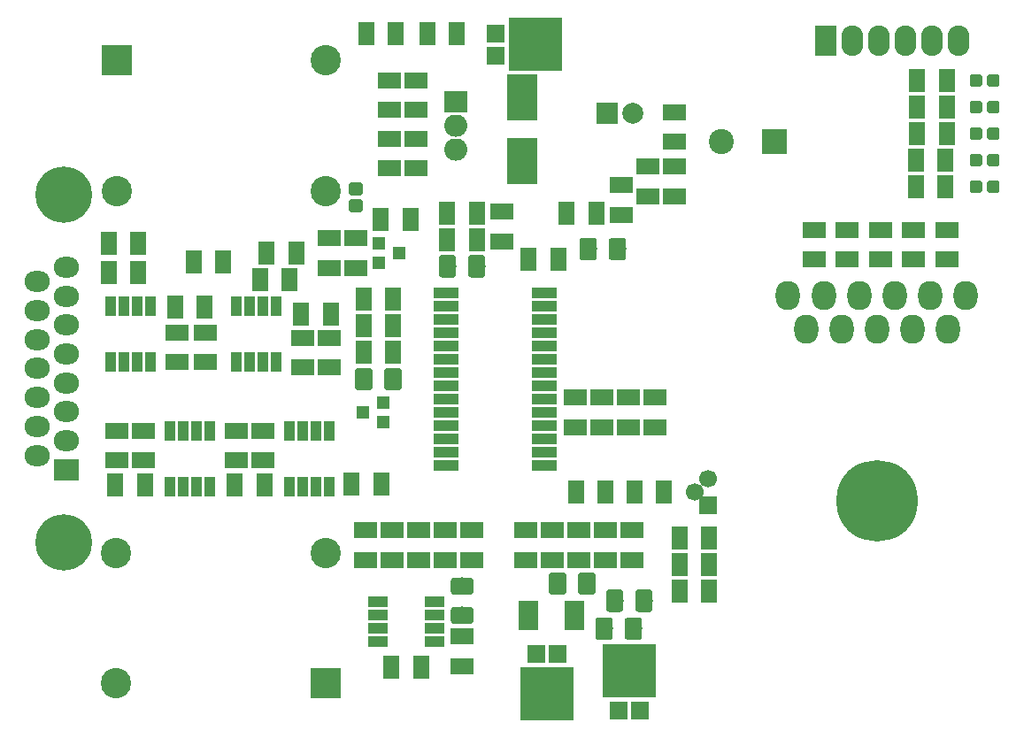
<source format=gbr>
G04 #@! TF.GenerationSoftware,KiCad,Pcbnew,(5.0.0)*
G04 #@! TF.CreationDate,2018-12-13T19:23:09+01:00*
G04 #@! TF.ProjectId,TrackAmplifier,547261636B416D706C69666965722E6B,rev?*
G04 #@! TF.SameCoordinates,Original*
G04 #@! TF.FileFunction,Soldermask,Top*
G04 #@! TF.FilePolarity,Negative*
%FSLAX46Y46*%
G04 Gerber Fmt 4.6, Leading zero omitted, Abs format (unit mm)*
G04 Created by KiCad (PCBNEW (5.0.0)) date 12/13/18 19:23:09*
%MOMM*%
%LPD*%
G01*
G04 APERTURE LIST*
%ADD10R,1.300000X1.200000*%
%ADD11R,1.620000X2.200000*%
%ADD12R,2.900000X2.900000*%
%ADD13C,2.900000*%
%ADD14R,2.200000X1.620000*%
%ADD15O,3.900000X3.900000*%
%ADD16O,2.300000X2.800000*%
%ADD17R,2.400000X2.000000*%
%ADD18O,2.400000X2.000000*%
%ADD19C,5.400000*%
%ADD20R,2.100000X2.900000*%
%ADD21O,2.100000X2.900000*%
%ADD22R,2.000000X2.000000*%
%ADD23C,2.000000*%
%ADD24R,1.000000X1.950000*%
%ADD25R,2.400000X1.000000*%
%ADD26C,1.700000*%
%ADD27R,1.700000X1.700000*%
%ADD28C,7.800000*%
%ADD29C,1.200000*%
%ADD30R,2.400000X2.400000*%
%ADD31C,2.400000*%
%ADD32C,0.100000*%
%ADD33C,1.650000*%
%ADD34R,1.670000X1.800000*%
%ADD35R,5.120000X5.200000*%
%ADD36R,1.800000X1.670000*%
%ADD37R,5.200000X5.120000*%
%ADD38R,2.200000X2.117500*%
%ADD39O,2.200000X2.117500*%
%ADD40R,1.950000X1.000000*%
%ADD41R,1.850000X0.850000*%
%ADD42C,1.275000*%
%ADD43R,2.900000X4.400000*%
G04 APERTURE END LIST*
D10*
G04 #@! TO.C,U10*
X90116000Y-89835000D03*
X90116000Y-87935000D03*
X88116000Y-88885000D03*
G04 #@! TD*
D11*
G04 #@! TO.C,R5*
X88448000Y-52690000D03*
X91308000Y-52690000D03*
G04 #@! TD*
D12*
G04 #@! TO.C,FL1*
X84544000Y-114843800D03*
D13*
X64544000Y-114843800D03*
X84544000Y-102343800D03*
X64544000Y-102343800D03*
G04 #@! TD*
D12*
G04 #@! TO.C,FL2*
X64605000Y-55230000D03*
D13*
X84605000Y-55230000D03*
X64605000Y-67730000D03*
X84605000Y-67730000D03*
G04 #@! TD*
D14*
G04 #@! TO.C,R17*
X117945000Y-63010000D03*
X117945000Y-60150000D03*
G04 #@! TD*
D15*
G04 #@! TO.C,U4*
X137320000Y-97360000D03*
D16*
X145820000Y-77760000D03*
X144120000Y-80900000D03*
X142420000Y-77760000D03*
X140720000Y-80900000D03*
X139020000Y-77760000D03*
X137320000Y-80900000D03*
X135620000Y-77760000D03*
X133920000Y-80900000D03*
X132220000Y-77760000D03*
X130520000Y-80900000D03*
X128820000Y-77760000D03*
G04 #@! TD*
D17*
G04 #@! TO.C,J1*
X59800000Y-94390000D03*
D18*
X59800000Y-91620000D03*
X59800000Y-88850000D03*
X59800000Y-86080000D03*
X59800000Y-83310000D03*
X59800000Y-80540000D03*
X59800000Y-77770000D03*
X59800000Y-75000000D03*
X56960000Y-93005000D03*
X56960000Y-90235000D03*
X56960000Y-87465000D03*
X56960000Y-84695000D03*
X56960000Y-81925000D03*
X56960000Y-79155000D03*
X56960000Y-76385000D03*
D19*
X59500000Y-101345000D03*
X59500000Y-68045000D03*
G04 #@! TD*
D20*
G04 #@! TO.C,J2*
X132423000Y-53325000D03*
D21*
X134963000Y-53325000D03*
X137503000Y-53325000D03*
X140043000Y-53325000D03*
X142583000Y-53325000D03*
X145123000Y-53325000D03*
G04 #@! TD*
D14*
G04 #@! TO.C,C1*
X70320000Y-84092000D03*
X70320000Y-81232000D03*
G04 #@! TD*
G04 #@! TO.C,C2*
X84925000Y-81740000D03*
X84925000Y-84600000D03*
G04 #@! TD*
G04 #@! TO.C,C3*
X73096675Y-81232000D03*
X73096675Y-84092000D03*
G04 #@! TD*
G04 #@! TO.C,C4*
X82385000Y-81740000D03*
X82385000Y-84600000D03*
G04 #@! TD*
G04 #@! TO.C,C5*
X90640000Y-59962000D03*
X90640000Y-57102000D03*
G04 #@! TD*
G04 #@! TO.C,C7*
X93180000Y-57102000D03*
X93180000Y-59962000D03*
G04 #@! TD*
G04 #@! TO.C,C10*
X93180000Y-65550000D03*
X93180000Y-62690000D03*
G04 #@! TD*
G04 #@! TO.C,C11*
X64605000Y-93490000D03*
X64605000Y-90630000D03*
G04 #@! TD*
G04 #@! TO.C,C12*
X76035000Y-90630000D03*
X76035000Y-93490000D03*
G04 #@! TD*
G04 #@! TO.C,C13*
X90640000Y-62690000D03*
X90640000Y-65550000D03*
G04 #@! TD*
G04 #@! TO.C,C14*
X67145000Y-93490000D03*
X67145000Y-90630000D03*
G04 #@! TD*
G04 #@! TO.C,C15*
X78575000Y-90630000D03*
X78575000Y-93490000D03*
G04 #@! TD*
D22*
G04 #@! TO.C,C16*
X111468000Y-60310000D03*
D23*
X113968000Y-60310000D03*
G04 #@! TD*
D14*
G04 #@! TO.C,C19*
X90894000Y-100155000D03*
X90894000Y-103015000D03*
G04 #@! TD*
G04 #@! TO.C,C20*
X93434000Y-103015000D03*
X93434000Y-100155000D03*
G04 #@! TD*
G04 #@! TO.C,C22*
X95974000Y-100155000D03*
X95974000Y-103015000D03*
G04 #@! TD*
G04 #@! TO.C,C23*
X106261000Y-103015000D03*
X106261000Y-100155000D03*
G04 #@! TD*
G04 #@! TO.C,C24*
X108801000Y-100155000D03*
X108801000Y-103015000D03*
G04 #@! TD*
G04 #@! TO.C,C26*
X110960000Y-87452479D03*
X110960000Y-90312479D03*
G04 #@! TD*
G04 #@! TO.C,C27*
X108420000Y-90315000D03*
X108420000Y-87455000D03*
G04 #@! TD*
G04 #@! TO.C,C28*
X111341000Y-100155000D03*
X111341000Y-103015000D03*
G04 #@! TD*
G04 #@! TO.C,C29*
X113500000Y-87455000D03*
X113500000Y-90315000D03*
G04 #@! TD*
D11*
G04 #@! TO.C,C30*
X74798000Y-74534000D03*
X71938000Y-74534000D03*
G04 #@! TD*
G04 #@! TO.C,C31*
X99055000Y-72375000D03*
X96195000Y-72375000D03*
G04 #@! TD*
G04 #@! TO.C,D5*
X81750000Y-73645000D03*
X78890000Y-73645000D03*
G04 #@! TD*
G04 #@! TO.C,D6*
X81148000Y-76185000D03*
X78288000Y-76185000D03*
G04 #@! TD*
D10*
G04 #@! TO.C,Q1*
X89640000Y-72695000D03*
X89640000Y-74595000D03*
X91640000Y-73645000D03*
G04 #@! TD*
D11*
G04 #@! TO.C,R1*
X70160000Y-78852000D03*
X73020000Y-78852000D03*
G04 #@! TD*
G04 #@! TO.C,R2*
X82225000Y-79487000D03*
X85085000Y-79487000D03*
G04 #@! TD*
G04 #@! TO.C,R3*
X97150000Y-52690000D03*
X94290000Y-52690000D03*
G04 #@! TD*
D14*
G04 #@! TO.C,R4*
X140805000Y-71420000D03*
X140805000Y-74280000D03*
G04 #@! TD*
G04 #@! TO.C,R6*
X137630000Y-71420000D03*
X137630000Y-74280000D03*
G04 #@! TD*
G04 #@! TO.C,R7*
X143980000Y-71420000D03*
X143980000Y-74280000D03*
G04 #@! TD*
G04 #@! TO.C,R8*
X84925000Y-75075000D03*
X84925000Y-72215000D03*
G04 #@! TD*
D11*
G04 #@! TO.C,R9*
X64445000Y-95870000D03*
X67305000Y-95870000D03*
G04 #@! TD*
G04 #@! TO.C,R10*
X78735000Y-95870000D03*
X75875000Y-95870000D03*
G04 #@! TD*
G04 #@! TO.C,R11*
X118420000Y-106030000D03*
X121280000Y-106030000D03*
G04 #@! TD*
D14*
G04 #@! TO.C,R12*
X88354000Y-103015000D03*
X88354000Y-100155000D03*
G04 #@! TD*
D11*
G04 #@! TO.C,R13*
X93721000Y-113269000D03*
X90861000Y-113269000D03*
G04 #@! TD*
G04 #@! TO.C,R14*
X89911000Y-95743000D03*
X87051000Y-95743000D03*
G04 #@! TD*
D14*
G04 #@! TO.C,R15*
X97625000Y-113175000D03*
X97625000Y-110315000D03*
G04 #@! TD*
G04 #@! TO.C,R18*
X98514000Y-103015000D03*
X98514000Y-100155000D03*
G04 #@! TD*
G04 #@! TO.C,R19*
X103721000Y-103015000D03*
X103721000Y-100155000D03*
G04 #@! TD*
D11*
G04 #@! TO.C,R22*
X103975000Y-74280000D03*
X106835000Y-74280000D03*
G04 #@! TD*
D14*
G04 #@! TO.C,R23*
X113881000Y-103015000D03*
X113881000Y-100155000D03*
G04 #@! TD*
G04 #@! TO.C,R24*
X134455000Y-74280000D03*
X134455000Y-71420000D03*
G04 #@! TD*
G04 #@! TO.C,R25*
X116040000Y-90315000D03*
X116040000Y-87455000D03*
G04 #@! TD*
D11*
G04 #@! TO.C,R30*
X63810000Y-75550000D03*
X66670000Y-75550000D03*
G04 #@! TD*
G04 #@! TO.C,R31*
X99055000Y-69835000D03*
X96195000Y-69835000D03*
G04 #@! TD*
D14*
G04 #@! TO.C,R32*
X101435000Y-72535000D03*
X101435000Y-69675000D03*
G04 #@! TD*
D11*
G04 #@! TO.C,R33*
X63810000Y-72756000D03*
X66670000Y-72756000D03*
G04 #@! TD*
D24*
G04 #@! TO.C,U1*
X67780000Y-78692000D03*
X66510000Y-78692000D03*
X65240000Y-78692000D03*
X63970000Y-78692000D03*
X63970000Y-84092000D03*
X65240000Y-84092000D03*
X66510000Y-84092000D03*
X67780000Y-84092000D03*
G04 #@! TD*
G04 #@! TO.C,U2*
X79845000Y-78692000D03*
X78575000Y-78692000D03*
X77305000Y-78692000D03*
X76035000Y-78692000D03*
X76035000Y-84092000D03*
X77305000Y-84092000D03*
X78575000Y-84092000D03*
X79845000Y-84092000D03*
G04 #@! TD*
G04 #@! TO.C,U5*
X69685000Y-90630000D03*
X70955000Y-90630000D03*
X72225000Y-90630000D03*
X73495000Y-90630000D03*
X73495000Y-96030000D03*
X72225000Y-96030000D03*
X70955000Y-96030000D03*
X69685000Y-96030000D03*
G04 #@! TD*
G04 #@! TO.C,U6*
X81115000Y-90630000D03*
X82385000Y-90630000D03*
X83655000Y-90630000D03*
X84925000Y-90630000D03*
X84925000Y-96030000D03*
X83655000Y-96030000D03*
X82385000Y-96030000D03*
X81115000Y-96030000D03*
G04 #@! TD*
D25*
G04 #@! TO.C,U9*
X96100000Y-77452479D03*
X96100000Y-78722479D03*
X96100000Y-79992479D03*
X96100000Y-81262479D03*
X96100000Y-82532479D03*
X96100000Y-83802479D03*
X96100000Y-85072479D03*
X96100000Y-86342479D03*
X96100000Y-87612479D03*
X96100000Y-88882479D03*
X96100000Y-90152479D03*
X96100000Y-91422479D03*
X96100000Y-92692479D03*
X96100000Y-93962479D03*
X105500000Y-93962479D03*
X105500000Y-92692479D03*
X105500000Y-91422479D03*
X105500000Y-90152479D03*
X105500000Y-88882479D03*
X105500000Y-87612479D03*
X105500000Y-86342479D03*
X105500000Y-85072479D03*
X105500000Y-83802479D03*
X105500000Y-82532479D03*
X105500000Y-81262479D03*
X105500000Y-79992479D03*
X105500000Y-78722479D03*
X105500000Y-77452479D03*
G04 #@! TD*
D11*
G04 #@! TO.C,C32*
X88194000Y-80630000D03*
X91054000Y-80630000D03*
G04 #@! TD*
G04 #@! TO.C,C33*
X91054000Y-83170000D03*
X88194000Y-83170000D03*
G04 #@! TD*
G04 #@! TO.C,R34*
X88194000Y-78090000D03*
X91054000Y-78090000D03*
G04 #@! TD*
G04 #@! TO.C,C34*
X121280000Y-103490000D03*
X118420000Y-103490000D03*
G04 #@! TD*
G04 #@! TO.C,C35*
X118420000Y-100950000D03*
X121280000Y-100950000D03*
G04 #@! TD*
D26*
G04 #@! TO.C,U11*
X119850000Y-96505000D03*
X121120000Y-95235000D03*
D27*
X121120000Y-97775000D03*
G04 #@! TD*
D14*
G04 #@! TO.C,R36*
X87465000Y-72215000D03*
X87465000Y-75075000D03*
G04 #@! TD*
D11*
G04 #@! TO.C,R37*
X116962000Y-96505000D03*
X114102000Y-96505000D03*
G04 #@! TD*
D28*
G04 #@! TO.C,MK1*
X137317013Y-97367015D03*
D29*
X134542013Y-97367015D03*
X135354792Y-95404794D03*
X137317013Y-94592015D03*
X139279234Y-95404794D03*
X140092013Y-97367015D03*
X139279234Y-99329236D03*
X137317013Y-100142015D03*
X135354792Y-99329236D03*
G04 #@! TD*
D14*
G04 #@! TO.C,C36*
X112865000Y-69995000D03*
X112865000Y-67135000D03*
G04 #@! TD*
D11*
G04 #@! TO.C,D9*
X110485000Y-69835000D03*
X107625000Y-69835000D03*
G04 #@! TD*
D14*
G04 #@! TO.C,D10*
X115405000Y-65390000D03*
X115405000Y-68250000D03*
G04 #@! TD*
D30*
G04 #@! TO.C,C6*
X127470000Y-62977000D03*
D31*
X122470000Y-62977000D03*
G04 #@! TD*
D14*
G04 #@! TO.C,R39*
X117945000Y-68250000D03*
X117945000Y-65390000D03*
G04 #@! TD*
D11*
G04 #@! TO.C,R26*
X141120000Y-57135000D03*
X143980000Y-57135000D03*
G04 #@! TD*
G04 #@! TO.C,R27*
X143980000Y-59675000D03*
X141120000Y-59675000D03*
G04 #@! TD*
G04 #@! TO.C,R28*
X141120000Y-62215000D03*
X143980000Y-62215000D03*
G04 #@! TD*
G04 #@! TO.C,R29*
X143877815Y-67295000D03*
X141017815Y-67295000D03*
G04 #@! TD*
G04 #@! TO.C,R35*
X143877815Y-64755000D03*
X141017815Y-64755000D03*
G04 #@! TD*
G04 #@! TO.C,C37*
X92705000Y-70470000D03*
X89845000Y-70470000D03*
G04 #@! TD*
D14*
G04 #@! TO.C,R40*
X131280000Y-71420000D03*
X131280000Y-74280000D03*
G04 #@! TD*
D11*
G04 #@! TO.C,C38*
X108514000Y-96505000D03*
X111374000Y-96505000D03*
G04 #@! TD*
D32*
G04 #@! TO.C,C39*
G36*
X88751346Y-84636589D02*
X88783380Y-84641341D01*
X88814794Y-84649210D01*
X88845286Y-84660120D01*
X88874561Y-84673966D01*
X88902338Y-84690615D01*
X88928350Y-84709907D01*
X88952345Y-84731655D01*
X88974093Y-84755650D01*
X88993385Y-84781662D01*
X89010034Y-84809439D01*
X89023880Y-84838714D01*
X89034790Y-84869206D01*
X89042659Y-84900620D01*
X89047411Y-84932654D01*
X89049000Y-84965000D01*
X89049000Y-86455000D01*
X89047411Y-86487346D01*
X89042659Y-86519380D01*
X89034790Y-86550794D01*
X89023880Y-86581286D01*
X89010034Y-86610561D01*
X88993385Y-86638338D01*
X88974093Y-86664350D01*
X88952345Y-86688345D01*
X88928350Y-86710093D01*
X88902338Y-86729385D01*
X88874561Y-86746034D01*
X88845286Y-86759880D01*
X88814794Y-86770790D01*
X88783380Y-86778659D01*
X88751346Y-86783411D01*
X88719000Y-86785000D01*
X87729000Y-86785000D01*
X87696654Y-86783411D01*
X87664620Y-86778659D01*
X87633206Y-86770790D01*
X87602714Y-86759880D01*
X87573439Y-86746034D01*
X87545662Y-86729385D01*
X87519650Y-86710093D01*
X87495655Y-86688345D01*
X87473907Y-86664350D01*
X87454615Y-86638338D01*
X87437966Y-86610561D01*
X87424120Y-86581286D01*
X87413210Y-86550794D01*
X87405341Y-86519380D01*
X87400589Y-86487346D01*
X87399000Y-86455000D01*
X87399000Y-84965000D01*
X87400589Y-84932654D01*
X87405341Y-84900620D01*
X87413210Y-84869206D01*
X87424120Y-84838714D01*
X87437966Y-84809439D01*
X87454615Y-84781662D01*
X87473907Y-84755650D01*
X87495655Y-84731655D01*
X87519650Y-84709907D01*
X87545662Y-84690615D01*
X87573439Y-84673966D01*
X87602714Y-84660120D01*
X87633206Y-84649210D01*
X87664620Y-84641341D01*
X87696654Y-84636589D01*
X87729000Y-84635000D01*
X88719000Y-84635000D01*
X88751346Y-84636589D01*
X88751346Y-84636589D01*
G37*
D33*
X88224000Y-85710000D03*
D32*
G36*
X91551346Y-84636589D02*
X91583380Y-84641341D01*
X91614794Y-84649210D01*
X91645286Y-84660120D01*
X91674561Y-84673966D01*
X91702338Y-84690615D01*
X91728350Y-84709907D01*
X91752345Y-84731655D01*
X91774093Y-84755650D01*
X91793385Y-84781662D01*
X91810034Y-84809439D01*
X91823880Y-84838714D01*
X91834790Y-84869206D01*
X91842659Y-84900620D01*
X91847411Y-84932654D01*
X91849000Y-84965000D01*
X91849000Y-86455000D01*
X91847411Y-86487346D01*
X91842659Y-86519380D01*
X91834790Y-86550794D01*
X91823880Y-86581286D01*
X91810034Y-86610561D01*
X91793385Y-86638338D01*
X91774093Y-86664350D01*
X91752345Y-86688345D01*
X91728350Y-86710093D01*
X91702338Y-86729385D01*
X91674561Y-86746034D01*
X91645286Y-86759880D01*
X91614794Y-86770790D01*
X91583380Y-86778659D01*
X91551346Y-86783411D01*
X91519000Y-86785000D01*
X90529000Y-86785000D01*
X90496654Y-86783411D01*
X90464620Y-86778659D01*
X90433206Y-86770790D01*
X90402714Y-86759880D01*
X90373439Y-86746034D01*
X90345662Y-86729385D01*
X90319650Y-86710093D01*
X90295655Y-86688345D01*
X90273907Y-86664350D01*
X90254615Y-86638338D01*
X90237966Y-86610561D01*
X90224120Y-86581286D01*
X90213210Y-86550794D01*
X90205341Y-86519380D01*
X90200589Y-86487346D01*
X90199000Y-86455000D01*
X90199000Y-84965000D01*
X90200589Y-84932654D01*
X90205341Y-84900620D01*
X90213210Y-84869206D01*
X90224120Y-84838714D01*
X90237966Y-84809439D01*
X90254615Y-84781662D01*
X90273907Y-84755650D01*
X90295655Y-84731655D01*
X90319650Y-84709907D01*
X90345662Y-84690615D01*
X90373439Y-84673966D01*
X90402714Y-84660120D01*
X90433206Y-84649210D01*
X90464620Y-84641341D01*
X90496654Y-84636589D01*
X90529000Y-84635000D01*
X91519000Y-84635000D01*
X91551346Y-84636589D01*
X91551346Y-84636589D01*
G37*
D33*
X91024000Y-85710000D03*
G04 #@! TD*
D34*
G04 #@! TO.C,D7*
X100805000Y-52666000D03*
D35*
X104610000Y-53706000D03*
D34*
X100805000Y-54746000D03*
G04 #@! TD*
D36*
G04 #@! TO.C,D11*
X114667000Y-117455000D03*
D37*
X113627000Y-113650000D03*
D36*
X112587000Y-117455000D03*
G04 #@! TD*
G04 #@! TO.C,D12*
X104713000Y-112004000D03*
D37*
X105753000Y-115809000D03*
D36*
X106793000Y-112004000D03*
G04 #@! TD*
D32*
G04 #@! TO.C,D14*
G36*
X107293346Y-104194589D02*
X107325380Y-104199341D01*
X107356794Y-104207210D01*
X107387286Y-104218120D01*
X107416561Y-104231966D01*
X107444338Y-104248615D01*
X107470350Y-104267907D01*
X107494345Y-104289655D01*
X107516093Y-104313650D01*
X107535385Y-104339662D01*
X107552034Y-104367439D01*
X107565880Y-104396714D01*
X107576790Y-104427206D01*
X107584659Y-104458620D01*
X107589411Y-104490654D01*
X107591000Y-104523000D01*
X107591000Y-106013000D01*
X107589411Y-106045346D01*
X107584659Y-106077380D01*
X107576790Y-106108794D01*
X107565880Y-106139286D01*
X107552034Y-106168561D01*
X107535385Y-106196338D01*
X107516093Y-106222350D01*
X107494345Y-106246345D01*
X107470350Y-106268093D01*
X107444338Y-106287385D01*
X107416561Y-106304034D01*
X107387286Y-106317880D01*
X107356794Y-106328790D01*
X107325380Y-106336659D01*
X107293346Y-106341411D01*
X107261000Y-106343000D01*
X106271000Y-106343000D01*
X106238654Y-106341411D01*
X106206620Y-106336659D01*
X106175206Y-106328790D01*
X106144714Y-106317880D01*
X106115439Y-106304034D01*
X106087662Y-106287385D01*
X106061650Y-106268093D01*
X106037655Y-106246345D01*
X106015907Y-106222350D01*
X105996615Y-106196338D01*
X105979966Y-106168561D01*
X105966120Y-106139286D01*
X105955210Y-106108794D01*
X105947341Y-106077380D01*
X105942589Y-106045346D01*
X105941000Y-106013000D01*
X105941000Y-104523000D01*
X105942589Y-104490654D01*
X105947341Y-104458620D01*
X105955210Y-104427206D01*
X105966120Y-104396714D01*
X105979966Y-104367439D01*
X105996615Y-104339662D01*
X106015907Y-104313650D01*
X106037655Y-104289655D01*
X106061650Y-104267907D01*
X106087662Y-104248615D01*
X106115439Y-104231966D01*
X106144714Y-104218120D01*
X106175206Y-104207210D01*
X106206620Y-104199341D01*
X106238654Y-104194589D01*
X106271000Y-104193000D01*
X107261000Y-104193000D01*
X107293346Y-104194589D01*
X107293346Y-104194589D01*
G37*
D33*
X106766000Y-105268000D03*
D32*
G36*
X110093346Y-104194589D02*
X110125380Y-104199341D01*
X110156794Y-104207210D01*
X110187286Y-104218120D01*
X110216561Y-104231966D01*
X110244338Y-104248615D01*
X110270350Y-104267907D01*
X110294345Y-104289655D01*
X110316093Y-104313650D01*
X110335385Y-104339662D01*
X110352034Y-104367439D01*
X110365880Y-104396714D01*
X110376790Y-104427206D01*
X110384659Y-104458620D01*
X110389411Y-104490654D01*
X110391000Y-104523000D01*
X110391000Y-106013000D01*
X110389411Y-106045346D01*
X110384659Y-106077380D01*
X110376790Y-106108794D01*
X110365880Y-106139286D01*
X110352034Y-106168561D01*
X110335385Y-106196338D01*
X110316093Y-106222350D01*
X110294345Y-106246345D01*
X110270350Y-106268093D01*
X110244338Y-106287385D01*
X110216561Y-106304034D01*
X110187286Y-106317880D01*
X110156794Y-106328790D01*
X110125380Y-106336659D01*
X110093346Y-106341411D01*
X110061000Y-106343000D01*
X109071000Y-106343000D01*
X109038654Y-106341411D01*
X109006620Y-106336659D01*
X108975206Y-106328790D01*
X108944714Y-106317880D01*
X108915439Y-106304034D01*
X108887662Y-106287385D01*
X108861650Y-106268093D01*
X108837655Y-106246345D01*
X108815907Y-106222350D01*
X108796615Y-106196338D01*
X108779966Y-106168561D01*
X108766120Y-106139286D01*
X108755210Y-106108794D01*
X108747341Y-106077380D01*
X108742589Y-106045346D01*
X108741000Y-106013000D01*
X108741000Y-104523000D01*
X108742589Y-104490654D01*
X108747341Y-104458620D01*
X108755210Y-104427206D01*
X108766120Y-104396714D01*
X108779966Y-104367439D01*
X108796615Y-104339662D01*
X108815907Y-104313650D01*
X108837655Y-104289655D01*
X108861650Y-104267907D01*
X108887662Y-104248615D01*
X108915439Y-104231966D01*
X108944714Y-104218120D01*
X108975206Y-104207210D01*
X109006620Y-104199341D01*
X109038654Y-104194589D01*
X109071000Y-104193000D01*
X110061000Y-104193000D01*
X110093346Y-104194589D01*
X110093346Y-104194589D01*
G37*
D33*
X109566000Y-105268000D03*
G04 #@! TD*
D32*
G04 #@! TO.C,D15*
G36*
X115554346Y-105845589D02*
X115586380Y-105850341D01*
X115617794Y-105858210D01*
X115648286Y-105869120D01*
X115677561Y-105882966D01*
X115705338Y-105899615D01*
X115731350Y-105918907D01*
X115755345Y-105940655D01*
X115777093Y-105964650D01*
X115796385Y-105990662D01*
X115813034Y-106018439D01*
X115826880Y-106047714D01*
X115837790Y-106078206D01*
X115845659Y-106109620D01*
X115850411Y-106141654D01*
X115852000Y-106174000D01*
X115852000Y-107664000D01*
X115850411Y-107696346D01*
X115845659Y-107728380D01*
X115837790Y-107759794D01*
X115826880Y-107790286D01*
X115813034Y-107819561D01*
X115796385Y-107847338D01*
X115777093Y-107873350D01*
X115755345Y-107897345D01*
X115731350Y-107919093D01*
X115705338Y-107938385D01*
X115677561Y-107955034D01*
X115648286Y-107968880D01*
X115617794Y-107979790D01*
X115586380Y-107987659D01*
X115554346Y-107992411D01*
X115522000Y-107994000D01*
X114532000Y-107994000D01*
X114499654Y-107992411D01*
X114467620Y-107987659D01*
X114436206Y-107979790D01*
X114405714Y-107968880D01*
X114376439Y-107955034D01*
X114348662Y-107938385D01*
X114322650Y-107919093D01*
X114298655Y-107897345D01*
X114276907Y-107873350D01*
X114257615Y-107847338D01*
X114240966Y-107819561D01*
X114227120Y-107790286D01*
X114216210Y-107759794D01*
X114208341Y-107728380D01*
X114203589Y-107696346D01*
X114202000Y-107664000D01*
X114202000Y-106174000D01*
X114203589Y-106141654D01*
X114208341Y-106109620D01*
X114216210Y-106078206D01*
X114227120Y-106047714D01*
X114240966Y-106018439D01*
X114257615Y-105990662D01*
X114276907Y-105964650D01*
X114298655Y-105940655D01*
X114322650Y-105918907D01*
X114348662Y-105899615D01*
X114376439Y-105882966D01*
X114405714Y-105869120D01*
X114436206Y-105858210D01*
X114467620Y-105850341D01*
X114499654Y-105845589D01*
X114532000Y-105844000D01*
X115522000Y-105844000D01*
X115554346Y-105845589D01*
X115554346Y-105845589D01*
G37*
D33*
X115027000Y-106919000D03*
D32*
G36*
X112754346Y-105845589D02*
X112786380Y-105850341D01*
X112817794Y-105858210D01*
X112848286Y-105869120D01*
X112877561Y-105882966D01*
X112905338Y-105899615D01*
X112931350Y-105918907D01*
X112955345Y-105940655D01*
X112977093Y-105964650D01*
X112996385Y-105990662D01*
X113013034Y-106018439D01*
X113026880Y-106047714D01*
X113037790Y-106078206D01*
X113045659Y-106109620D01*
X113050411Y-106141654D01*
X113052000Y-106174000D01*
X113052000Y-107664000D01*
X113050411Y-107696346D01*
X113045659Y-107728380D01*
X113037790Y-107759794D01*
X113026880Y-107790286D01*
X113013034Y-107819561D01*
X112996385Y-107847338D01*
X112977093Y-107873350D01*
X112955345Y-107897345D01*
X112931350Y-107919093D01*
X112905338Y-107938385D01*
X112877561Y-107955034D01*
X112848286Y-107968880D01*
X112817794Y-107979790D01*
X112786380Y-107987659D01*
X112754346Y-107992411D01*
X112722000Y-107994000D01*
X111732000Y-107994000D01*
X111699654Y-107992411D01*
X111667620Y-107987659D01*
X111636206Y-107979790D01*
X111605714Y-107968880D01*
X111576439Y-107955034D01*
X111548662Y-107938385D01*
X111522650Y-107919093D01*
X111498655Y-107897345D01*
X111476907Y-107873350D01*
X111457615Y-107847338D01*
X111440966Y-107819561D01*
X111427120Y-107790286D01*
X111416210Y-107759794D01*
X111408341Y-107728380D01*
X111403589Y-107696346D01*
X111402000Y-107664000D01*
X111402000Y-106174000D01*
X111403589Y-106141654D01*
X111408341Y-106109620D01*
X111416210Y-106078206D01*
X111427120Y-106047714D01*
X111440966Y-106018439D01*
X111457615Y-105990662D01*
X111476907Y-105964650D01*
X111498655Y-105940655D01*
X111522650Y-105918907D01*
X111548662Y-105899615D01*
X111576439Y-105882966D01*
X111605714Y-105869120D01*
X111636206Y-105858210D01*
X111667620Y-105850341D01*
X111699654Y-105845589D01*
X111732000Y-105844000D01*
X112722000Y-105844000D01*
X112754346Y-105845589D01*
X112754346Y-105845589D01*
G37*
D33*
X112227000Y-106919000D03*
G04 #@! TD*
D32*
G04 #@! TO.C,R41*
G36*
X111738346Y-108512589D02*
X111770380Y-108517341D01*
X111801794Y-108525210D01*
X111832286Y-108536120D01*
X111861561Y-108549966D01*
X111889338Y-108566615D01*
X111915350Y-108585907D01*
X111939345Y-108607655D01*
X111961093Y-108631650D01*
X111980385Y-108657662D01*
X111997034Y-108685439D01*
X112010880Y-108714714D01*
X112021790Y-108745206D01*
X112029659Y-108776620D01*
X112034411Y-108808654D01*
X112036000Y-108841000D01*
X112036000Y-110331000D01*
X112034411Y-110363346D01*
X112029659Y-110395380D01*
X112021790Y-110426794D01*
X112010880Y-110457286D01*
X111997034Y-110486561D01*
X111980385Y-110514338D01*
X111961093Y-110540350D01*
X111939345Y-110564345D01*
X111915350Y-110586093D01*
X111889338Y-110605385D01*
X111861561Y-110622034D01*
X111832286Y-110635880D01*
X111801794Y-110646790D01*
X111770380Y-110654659D01*
X111738346Y-110659411D01*
X111706000Y-110661000D01*
X110716000Y-110661000D01*
X110683654Y-110659411D01*
X110651620Y-110654659D01*
X110620206Y-110646790D01*
X110589714Y-110635880D01*
X110560439Y-110622034D01*
X110532662Y-110605385D01*
X110506650Y-110586093D01*
X110482655Y-110564345D01*
X110460907Y-110540350D01*
X110441615Y-110514338D01*
X110424966Y-110486561D01*
X110411120Y-110457286D01*
X110400210Y-110426794D01*
X110392341Y-110395380D01*
X110387589Y-110363346D01*
X110386000Y-110331000D01*
X110386000Y-108841000D01*
X110387589Y-108808654D01*
X110392341Y-108776620D01*
X110400210Y-108745206D01*
X110411120Y-108714714D01*
X110424966Y-108685439D01*
X110441615Y-108657662D01*
X110460907Y-108631650D01*
X110482655Y-108607655D01*
X110506650Y-108585907D01*
X110532662Y-108566615D01*
X110560439Y-108549966D01*
X110589714Y-108536120D01*
X110620206Y-108525210D01*
X110651620Y-108517341D01*
X110683654Y-108512589D01*
X110716000Y-108511000D01*
X111706000Y-108511000D01*
X111738346Y-108512589D01*
X111738346Y-108512589D01*
G37*
D33*
X111211000Y-109586000D03*
D32*
G36*
X114538346Y-108512589D02*
X114570380Y-108517341D01*
X114601794Y-108525210D01*
X114632286Y-108536120D01*
X114661561Y-108549966D01*
X114689338Y-108566615D01*
X114715350Y-108585907D01*
X114739345Y-108607655D01*
X114761093Y-108631650D01*
X114780385Y-108657662D01*
X114797034Y-108685439D01*
X114810880Y-108714714D01*
X114821790Y-108745206D01*
X114829659Y-108776620D01*
X114834411Y-108808654D01*
X114836000Y-108841000D01*
X114836000Y-110331000D01*
X114834411Y-110363346D01*
X114829659Y-110395380D01*
X114821790Y-110426794D01*
X114810880Y-110457286D01*
X114797034Y-110486561D01*
X114780385Y-110514338D01*
X114761093Y-110540350D01*
X114739345Y-110564345D01*
X114715350Y-110586093D01*
X114689338Y-110605385D01*
X114661561Y-110622034D01*
X114632286Y-110635880D01*
X114601794Y-110646790D01*
X114570380Y-110654659D01*
X114538346Y-110659411D01*
X114506000Y-110661000D01*
X113516000Y-110661000D01*
X113483654Y-110659411D01*
X113451620Y-110654659D01*
X113420206Y-110646790D01*
X113389714Y-110635880D01*
X113360439Y-110622034D01*
X113332662Y-110605385D01*
X113306650Y-110586093D01*
X113282655Y-110564345D01*
X113260907Y-110540350D01*
X113241615Y-110514338D01*
X113224966Y-110486561D01*
X113211120Y-110457286D01*
X113200210Y-110426794D01*
X113192341Y-110395380D01*
X113187589Y-110363346D01*
X113186000Y-110331000D01*
X113186000Y-108841000D01*
X113187589Y-108808654D01*
X113192341Y-108776620D01*
X113200210Y-108745206D01*
X113211120Y-108714714D01*
X113224966Y-108685439D01*
X113241615Y-108657662D01*
X113260907Y-108631650D01*
X113282655Y-108607655D01*
X113306650Y-108585907D01*
X113332662Y-108566615D01*
X113360439Y-108549966D01*
X113389714Y-108536120D01*
X113420206Y-108525210D01*
X113451620Y-108517341D01*
X113483654Y-108512589D01*
X113516000Y-108511000D01*
X114506000Y-108511000D01*
X114538346Y-108512589D01*
X114538346Y-108512589D01*
G37*
D33*
X114011000Y-109586000D03*
G04 #@! TD*
D32*
G04 #@! TO.C,R42*
G36*
X98402346Y-107495589D02*
X98434380Y-107500341D01*
X98465794Y-107508210D01*
X98496286Y-107519120D01*
X98525561Y-107532966D01*
X98553338Y-107549615D01*
X98579350Y-107568907D01*
X98603345Y-107590655D01*
X98625093Y-107614650D01*
X98644385Y-107640662D01*
X98661034Y-107668439D01*
X98674880Y-107697714D01*
X98685790Y-107728206D01*
X98693659Y-107759620D01*
X98698411Y-107791654D01*
X98700000Y-107824000D01*
X98700000Y-108814000D01*
X98698411Y-108846346D01*
X98693659Y-108878380D01*
X98685790Y-108909794D01*
X98674880Y-108940286D01*
X98661034Y-108969561D01*
X98644385Y-108997338D01*
X98625093Y-109023350D01*
X98603345Y-109047345D01*
X98579350Y-109069093D01*
X98553338Y-109088385D01*
X98525561Y-109105034D01*
X98496286Y-109118880D01*
X98465794Y-109129790D01*
X98434380Y-109137659D01*
X98402346Y-109142411D01*
X98370000Y-109144000D01*
X96880000Y-109144000D01*
X96847654Y-109142411D01*
X96815620Y-109137659D01*
X96784206Y-109129790D01*
X96753714Y-109118880D01*
X96724439Y-109105034D01*
X96696662Y-109088385D01*
X96670650Y-109069093D01*
X96646655Y-109047345D01*
X96624907Y-109023350D01*
X96605615Y-108997338D01*
X96588966Y-108969561D01*
X96575120Y-108940286D01*
X96564210Y-108909794D01*
X96556341Y-108878380D01*
X96551589Y-108846346D01*
X96550000Y-108814000D01*
X96550000Y-107824000D01*
X96551589Y-107791654D01*
X96556341Y-107759620D01*
X96564210Y-107728206D01*
X96575120Y-107697714D01*
X96588966Y-107668439D01*
X96605615Y-107640662D01*
X96624907Y-107614650D01*
X96646655Y-107590655D01*
X96670650Y-107568907D01*
X96696662Y-107549615D01*
X96724439Y-107532966D01*
X96753714Y-107519120D01*
X96784206Y-107508210D01*
X96815620Y-107500341D01*
X96847654Y-107495589D01*
X96880000Y-107494000D01*
X98370000Y-107494000D01*
X98402346Y-107495589D01*
X98402346Y-107495589D01*
G37*
D33*
X97625000Y-108319000D03*
D32*
G36*
X98402346Y-104695589D02*
X98434380Y-104700341D01*
X98465794Y-104708210D01*
X98496286Y-104719120D01*
X98525561Y-104732966D01*
X98553338Y-104749615D01*
X98579350Y-104768907D01*
X98603345Y-104790655D01*
X98625093Y-104814650D01*
X98644385Y-104840662D01*
X98661034Y-104868439D01*
X98674880Y-104897714D01*
X98685790Y-104928206D01*
X98693659Y-104959620D01*
X98698411Y-104991654D01*
X98700000Y-105024000D01*
X98700000Y-106014000D01*
X98698411Y-106046346D01*
X98693659Y-106078380D01*
X98685790Y-106109794D01*
X98674880Y-106140286D01*
X98661034Y-106169561D01*
X98644385Y-106197338D01*
X98625093Y-106223350D01*
X98603345Y-106247345D01*
X98579350Y-106269093D01*
X98553338Y-106288385D01*
X98525561Y-106305034D01*
X98496286Y-106318880D01*
X98465794Y-106329790D01*
X98434380Y-106337659D01*
X98402346Y-106342411D01*
X98370000Y-106344000D01*
X96880000Y-106344000D01*
X96847654Y-106342411D01*
X96815620Y-106337659D01*
X96784206Y-106329790D01*
X96753714Y-106318880D01*
X96724439Y-106305034D01*
X96696662Y-106288385D01*
X96670650Y-106269093D01*
X96646655Y-106247345D01*
X96624907Y-106223350D01*
X96605615Y-106197338D01*
X96588966Y-106169561D01*
X96575120Y-106140286D01*
X96564210Y-106109794D01*
X96556341Y-106078380D01*
X96551589Y-106046346D01*
X96550000Y-106014000D01*
X96550000Y-105024000D01*
X96551589Y-104991654D01*
X96556341Y-104959620D01*
X96564210Y-104928206D01*
X96575120Y-104897714D01*
X96588966Y-104868439D01*
X96605615Y-104840662D01*
X96624907Y-104814650D01*
X96646655Y-104790655D01*
X96670650Y-104768907D01*
X96696662Y-104749615D01*
X96724439Y-104732966D01*
X96753714Y-104719120D01*
X96784206Y-104708210D01*
X96815620Y-104700341D01*
X96847654Y-104695589D01*
X96880000Y-104694000D01*
X98370000Y-104694000D01*
X98402346Y-104695589D01*
X98402346Y-104695589D01*
G37*
D33*
X97625000Y-105519000D03*
G04 #@! TD*
D32*
G04 #@! TO.C,R44*
G36*
X96755346Y-73841589D02*
X96787380Y-73846341D01*
X96818794Y-73854210D01*
X96849286Y-73865120D01*
X96878561Y-73878966D01*
X96906338Y-73895615D01*
X96932350Y-73914907D01*
X96956345Y-73936655D01*
X96978093Y-73960650D01*
X96997385Y-73986662D01*
X97014034Y-74014439D01*
X97027880Y-74043714D01*
X97038790Y-74074206D01*
X97046659Y-74105620D01*
X97051411Y-74137654D01*
X97053000Y-74170000D01*
X97053000Y-75660000D01*
X97051411Y-75692346D01*
X97046659Y-75724380D01*
X97038790Y-75755794D01*
X97027880Y-75786286D01*
X97014034Y-75815561D01*
X96997385Y-75843338D01*
X96978093Y-75869350D01*
X96956345Y-75893345D01*
X96932350Y-75915093D01*
X96906338Y-75934385D01*
X96878561Y-75951034D01*
X96849286Y-75964880D01*
X96818794Y-75975790D01*
X96787380Y-75983659D01*
X96755346Y-75988411D01*
X96723000Y-75990000D01*
X95733000Y-75990000D01*
X95700654Y-75988411D01*
X95668620Y-75983659D01*
X95637206Y-75975790D01*
X95606714Y-75964880D01*
X95577439Y-75951034D01*
X95549662Y-75934385D01*
X95523650Y-75915093D01*
X95499655Y-75893345D01*
X95477907Y-75869350D01*
X95458615Y-75843338D01*
X95441966Y-75815561D01*
X95428120Y-75786286D01*
X95417210Y-75755794D01*
X95409341Y-75724380D01*
X95404589Y-75692346D01*
X95403000Y-75660000D01*
X95403000Y-74170000D01*
X95404589Y-74137654D01*
X95409341Y-74105620D01*
X95417210Y-74074206D01*
X95428120Y-74043714D01*
X95441966Y-74014439D01*
X95458615Y-73986662D01*
X95477907Y-73960650D01*
X95499655Y-73936655D01*
X95523650Y-73914907D01*
X95549662Y-73895615D01*
X95577439Y-73878966D01*
X95606714Y-73865120D01*
X95637206Y-73854210D01*
X95668620Y-73846341D01*
X95700654Y-73841589D01*
X95733000Y-73840000D01*
X96723000Y-73840000D01*
X96755346Y-73841589D01*
X96755346Y-73841589D01*
G37*
D33*
X96228000Y-74915000D03*
D32*
G36*
X99555346Y-73841589D02*
X99587380Y-73846341D01*
X99618794Y-73854210D01*
X99649286Y-73865120D01*
X99678561Y-73878966D01*
X99706338Y-73895615D01*
X99732350Y-73914907D01*
X99756345Y-73936655D01*
X99778093Y-73960650D01*
X99797385Y-73986662D01*
X99814034Y-74014439D01*
X99827880Y-74043714D01*
X99838790Y-74074206D01*
X99846659Y-74105620D01*
X99851411Y-74137654D01*
X99853000Y-74170000D01*
X99853000Y-75660000D01*
X99851411Y-75692346D01*
X99846659Y-75724380D01*
X99838790Y-75755794D01*
X99827880Y-75786286D01*
X99814034Y-75815561D01*
X99797385Y-75843338D01*
X99778093Y-75869350D01*
X99756345Y-75893345D01*
X99732350Y-75915093D01*
X99706338Y-75934385D01*
X99678561Y-75951034D01*
X99649286Y-75964880D01*
X99618794Y-75975790D01*
X99587380Y-75983659D01*
X99555346Y-75988411D01*
X99523000Y-75990000D01*
X98533000Y-75990000D01*
X98500654Y-75988411D01*
X98468620Y-75983659D01*
X98437206Y-75975790D01*
X98406714Y-75964880D01*
X98377439Y-75951034D01*
X98349662Y-75934385D01*
X98323650Y-75915093D01*
X98299655Y-75893345D01*
X98277907Y-75869350D01*
X98258615Y-75843338D01*
X98241966Y-75815561D01*
X98228120Y-75786286D01*
X98217210Y-75755794D01*
X98209341Y-75724380D01*
X98204589Y-75692346D01*
X98203000Y-75660000D01*
X98203000Y-74170000D01*
X98204589Y-74137654D01*
X98209341Y-74105620D01*
X98217210Y-74074206D01*
X98228120Y-74043714D01*
X98241966Y-74014439D01*
X98258615Y-73986662D01*
X98277907Y-73960650D01*
X98299655Y-73936655D01*
X98323650Y-73914907D01*
X98349662Y-73895615D01*
X98377439Y-73878966D01*
X98406714Y-73865120D01*
X98437206Y-73854210D01*
X98468620Y-73846341D01*
X98500654Y-73841589D01*
X98533000Y-73840000D01*
X99523000Y-73840000D01*
X99555346Y-73841589D01*
X99555346Y-73841589D01*
G37*
D33*
X99028000Y-74915000D03*
G04 #@! TD*
D32*
G04 #@! TO.C,R45*
G36*
X113014346Y-72190589D02*
X113046380Y-72195341D01*
X113077794Y-72203210D01*
X113108286Y-72214120D01*
X113137561Y-72227966D01*
X113165338Y-72244615D01*
X113191350Y-72263907D01*
X113215345Y-72285655D01*
X113237093Y-72309650D01*
X113256385Y-72335662D01*
X113273034Y-72363439D01*
X113286880Y-72392714D01*
X113297790Y-72423206D01*
X113305659Y-72454620D01*
X113310411Y-72486654D01*
X113312000Y-72519000D01*
X113312000Y-74009000D01*
X113310411Y-74041346D01*
X113305659Y-74073380D01*
X113297790Y-74104794D01*
X113286880Y-74135286D01*
X113273034Y-74164561D01*
X113256385Y-74192338D01*
X113237093Y-74218350D01*
X113215345Y-74242345D01*
X113191350Y-74264093D01*
X113165338Y-74283385D01*
X113137561Y-74300034D01*
X113108286Y-74313880D01*
X113077794Y-74324790D01*
X113046380Y-74332659D01*
X113014346Y-74337411D01*
X112982000Y-74339000D01*
X111992000Y-74339000D01*
X111959654Y-74337411D01*
X111927620Y-74332659D01*
X111896206Y-74324790D01*
X111865714Y-74313880D01*
X111836439Y-74300034D01*
X111808662Y-74283385D01*
X111782650Y-74264093D01*
X111758655Y-74242345D01*
X111736907Y-74218350D01*
X111717615Y-74192338D01*
X111700966Y-74164561D01*
X111687120Y-74135286D01*
X111676210Y-74104794D01*
X111668341Y-74073380D01*
X111663589Y-74041346D01*
X111662000Y-74009000D01*
X111662000Y-72519000D01*
X111663589Y-72486654D01*
X111668341Y-72454620D01*
X111676210Y-72423206D01*
X111687120Y-72392714D01*
X111700966Y-72363439D01*
X111717615Y-72335662D01*
X111736907Y-72309650D01*
X111758655Y-72285655D01*
X111782650Y-72263907D01*
X111808662Y-72244615D01*
X111836439Y-72227966D01*
X111865714Y-72214120D01*
X111896206Y-72203210D01*
X111927620Y-72195341D01*
X111959654Y-72190589D01*
X111992000Y-72189000D01*
X112982000Y-72189000D01*
X113014346Y-72190589D01*
X113014346Y-72190589D01*
G37*
D33*
X112487000Y-73264000D03*
D32*
G36*
X110214346Y-72190589D02*
X110246380Y-72195341D01*
X110277794Y-72203210D01*
X110308286Y-72214120D01*
X110337561Y-72227966D01*
X110365338Y-72244615D01*
X110391350Y-72263907D01*
X110415345Y-72285655D01*
X110437093Y-72309650D01*
X110456385Y-72335662D01*
X110473034Y-72363439D01*
X110486880Y-72392714D01*
X110497790Y-72423206D01*
X110505659Y-72454620D01*
X110510411Y-72486654D01*
X110512000Y-72519000D01*
X110512000Y-74009000D01*
X110510411Y-74041346D01*
X110505659Y-74073380D01*
X110497790Y-74104794D01*
X110486880Y-74135286D01*
X110473034Y-74164561D01*
X110456385Y-74192338D01*
X110437093Y-74218350D01*
X110415345Y-74242345D01*
X110391350Y-74264093D01*
X110365338Y-74283385D01*
X110337561Y-74300034D01*
X110308286Y-74313880D01*
X110277794Y-74324790D01*
X110246380Y-74332659D01*
X110214346Y-74337411D01*
X110182000Y-74339000D01*
X109192000Y-74339000D01*
X109159654Y-74337411D01*
X109127620Y-74332659D01*
X109096206Y-74324790D01*
X109065714Y-74313880D01*
X109036439Y-74300034D01*
X109008662Y-74283385D01*
X108982650Y-74264093D01*
X108958655Y-74242345D01*
X108936907Y-74218350D01*
X108917615Y-74192338D01*
X108900966Y-74164561D01*
X108887120Y-74135286D01*
X108876210Y-74104794D01*
X108868341Y-74073380D01*
X108863589Y-74041346D01*
X108862000Y-74009000D01*
X108862000Y-72519000D01*
X108863589Y-72486654D01*
X108868341Y-72454620D01*
X108876210Y-72423206D01*
X108887120Y-72392714D01*
X108900966Y-72363439D01*
X108917615Y-72335662D01*
X108936907Y-72309650D01*
X108958655Y-72285655D01*
X108982650Y-72263907D01*
X109008662Y-72244615D01*
X109036439Y-72227966D01*
X109065714Y-72214120D01*
X109096206Y-72203210D01*
X109127620Y-72195341D01*
X109159654Y-72190589D01*
X109192000Y-72189000D01*
X110182000Y-72189000D01*
X110214346Y-72190589D01*
X110214346Y-72190589D01*
G37*
D33*
X109687000Y-73264000D03*
G04 #@! TD*
D38*
G04 #@! TO.C,U3*
X96990000Y-59167000D03*
D39*
X96990000Y-61457000D03*
X96990000Y-63747000D03*
G04 #@! TD*
D40*
G04 #@! TO.C,U7*
X89591000Y-107046000D03*
X89591000Y-108316000D03*
X89591000Y-109586000D03*
X89591000Y-110856000D03*
X94991000Y-110856000D03*
X94991000Y-109586000D03*
X94991000Y-108316000D03*
X94991000Y-107046000D03*
G04 #@! TD*
D41*
G04 #@! TO.C,U8*
X103934000Y-107341000D03*
X103934000Y-107991000D03*
X103934000Y-108641000D03*
X103934000Y-109291000D03*
X108334000Y-109291000D03*
X108334000Y-108641000D03*
X108334000Y-107991000D03*
X108334000Y-107341000D03*
G04 #@! TD*
D32*
G04 #@! TO.C,R47*
G36*
X87852493Y-68462535D02*
X87883435Y-68467125D01*
X87913778Y-68474725D01*
X87943230Y-68485263D01*
X87971508Y-68498638D01*
X87998338Y-68514719D01*
X88023463Y-68533353D01*
X88046640Y-68554360D01*
X88067647Y-68577537D01*
X88086281Y-68602662D01*
X88102362Y-68629492D01*
X88115737Y-68657770D01*
X88126275Y-68687222D01*
X88133875Y-68717565D01*
X88138465Y-68748507D01*
X88140000Y-68779750D01*
X88140000Y-69417250D01*
X88138465Y-69448493D01*
X88133875Y-69479435D01*
X88126275Y-69509778D01*
X88115737Y-69539230D01*
X88102362Y-69567508D01*
X88086281Y-69594338D01*
X88067647Y-69619463D01*
X88046640Y-69642640D01*
X88023463Y-69663647D01*
X87998338Y-69682281D01*
X87971508Y-69698362D01*
X87943230Y-69711737D01*
X87913778Y-69722275D01*
X87883435Y-69729875D01*
X87852493Y-69734465D01*
X87821250Y-69736000D01*
X87108750Y-69736000D01*
X87077507Y-69734465D01*
X87046565Y-69729875D01*
X87016222Y-69722275D01*
X86986770Y-69711737D01*
X86958492Y-69698362D01*
X86931662Y-69682281D01*
X86906537Y-69663647D01*
X86883360Y-69642640D01*
X86862353Y-69619463D01*
X86843719Y-69594338D01*
X86827638Y-69567508D01*
X86814263Y-69539230D01*
X86803725Y-69509778D01*
X86796125Y-69479435D01*
X86791535Y-69448493D01*
X86790000Y-69417250D01*
X86790000Y-68779750D01*
X86791535Y-68748507D01*
X86796125Y-68717565D01*
X86803725Y-68687222D01*
X86814263Y-68657770D01*
X86827638Y-68629492D01*
X86843719Y-68602662D01*
X86862353Y-68577537D01*
X86883360Y-68554360D01*
X86906537Y-68533353D01*
X86931662Y-68514719D01*
X86958492Y-68498638D01*
X86986770Y-68485263D01*
X87016222Y-68474725D01*
X87046565Y-68467125D01*
X87077507Y-68462535D01*
X87108750Y-68461000D01*
X87821250Y-68461000D01*
X87852493Y-68462535D01*
X87852493Y-68462535D01*
G37*
D42*
X87465000Y-69098500D03*
D32*
G36*
X87852493Y-66887535D02*
X87883435Y-66892125D01*
X87913778Y-66899725D01*
X87943230Y-66910263D01*
X87971508Y-66923638D01*
X87998338Y-66939719D01*
X88023463Y-66958353D01*
X88046640Y-66979360D01*
X88067647Y-67002537D01*
X88086281Y-67027662D01*
X88102362Y-67054492D01*
X88115737Y-67082770D01*
X88126275Y-67112222D01*
X88133875Y-67142565D01*
X88138465Y-67173507D01*
X88140000Y-67204750D01*
X88140000Y-67842250D01*
X88138465Y-67873493D01*
X88133875Y-67904435D01*
X88126275Y-67934778D01*
X88115737Y-67964230D01*
X88102362Y-67992508D01*
X88086281Y-68019338D01*
X88067647Y-68044463D01*
X88046640Y-68067640D01*
X88023463Y-68088647D01*
X87998338Y-68107281D01*
X87971508Y-68123362D01*
X87943230Y-68136737D01*
X87913778Y-68147275D01*
X87883435Y-68154875D01*
X87852493Y-68159465D01*
X87821250Y-68161000D01*
X87108750Y-68161000D01*
X87077507Y-68159465D01*
X87046565Y-68154875D01*
X87016222Y-68147275D01*
X86986770Y-68136737D01*
X86958492Y-68123362D01*
X86931662Y-68107281D01*
X86906537Y-68088647D01*
X86883360Y-68067640D01*
X86862353Y-68044463D01*
X86843719Y-68019338D01*
X86827638Y-67992508D01*
X86814263Y-67964230D01*
X86803725Y-67934778D01*
X86796125Y-67904435D01*
X86791535Y-67873493D01*
X86790000Y-67842250D01*
X86790000Y-67204750D01*
X86791535Y-67173507D01*
X86796125Y-67142565D01*
X86803725Y-67112222D01*
X86814263Y-67082770D01*
X86827638Y-67054492D01*
X86843719Y-67027662D01*
X86862353Y-67002537D01*
X86883360Y-66979360D01*
X86906537Y-66958353D01*
X86931662Y-66939719D01*
X86958492Y-66923638D01*
X86986770Y-66910263D01*
X87016222Y-66899725D01*
X87046565Y-66892125D01*
X87077507Y-66887535D01*
X87108750Y-66886000D01*
X87821250Y-66886000D01*
X87852493Y-66887535D01*
X87852493Y-66887535D01*
G37*
D42*
X87465000Y-67523500D03*
G04 #@! TD*
D43*
G04 #@! TO.C,C21*
X103340000Y-58784000D03*
X103340000Y-64884000D03*
G04 #@! TD*
D32*
G04 #@! TO.C,D1*
G36*
X147134405Y-56536445D02*
X147163527Y-56540764D01*
X147192085Y-56547918D01*
X147219805Y-56557836D01*
X147246419Y-56570424D01*
X147271671Y-56585559D01*
X147295318Y-56603097D01*
X147317132Y-56622868D01*
X147336903Y-56644682D01*
X147354441Y-56668329D01*
X147369576Y-56693581D01*
X147382164Y-56720195D01*
X147392082Y-56747915D01*
X147399236Y-56776473D01*
X147403555Y-56805595D01*
X147405000Y-56835000D01*
X147405000Y-57435000D01*
X147403555Y-57464405D01*
X147399236Y-57493527D01*
X147392082Y-57522085D01*
X147382164Y-57549805D01*
X147369576Y-57576419D01*
X147354441Y-57601671D01*
X147336903Y-57625318D01*
X147317132Y-57647132D01*
X147295318Y-57666903D01*
X147271671Y-57684441D01*
X147246419Y-57699576D01*
X147219805Y-57712164D01*
X147192085Y-57722082D01*
X147163527Y-57729236D01*
X147134405Y-57733555D01*
X147105000Y-57735000D01*
X146505000Y-57735000D01*
X146475595Y-57733555D01*
X146446473Y-57729236D01*
X146417915Y-57722082D01*
X146390195Y-57712164D01*
X146363581Y-57699576D01*
X146338329Y-57684441D01*
X146314682Y-57666903D01*
X146292868Y-57647132D01*
X146273097Y-57625318D01*
X146255559Y-57601671D01*
X146240424Y-57576419D01*
X146227836Y-57549805D01*
X146217918Y-57522085D01*
X146210764Y-57493527D01*
X146206445Y-57464405D01*
X146205000Y-57435000D01*
X146205000Y-56835000D01*
X146206445Y-56805595D01*
X146210764Y-56776473D01*
X146217918Y-56747915D01*
X146227836Y-56720195D01*
X146240424Y-56693581D01*
X146255559Y-56668329D01*
X146273097Y-56644682D01*
X146292868Y-56622868D01*
X146314682Y-56603097D01*
X146338329Y-56585559D01*
X146363581Y-56570424D01*
X146390195Y-56557836D01*
X146417915Y-56547918D01*
X146446473Y-56540764D01*
X146475595Y-56536445D01*
X146505000Y-56535000D01*
X147105000Y-56535000D01*
X147134405Y-56536445D01*
X147134405Y-56536445D01*
G37*
D29*
X146805000Y-57135000D03*
D32*
G36*
X148784405Y-56536445D02*
X148813527Y-56540764D01*
X148842085Y-56547918D01*
X148869805Y-56557836D01*
X148896419Y-56570424D01*
X148921671Y-56585559D01*
X148945318Y-56603097D01*
X148967132Y-56622868D01*
X148986903Y-56644682D01*
X149004441Y-56668329D01*
X149019576Y-56693581D01*
X149032164Y-56720195D01*
X149042082Y-56747915D01*
X149049236Y-56776473D01*
X149053555Y-56805595D01*
X149055000Y-56835000D01*
X149055000Y-57435000D01*
X149053555Y-57464405D01*
X149049236Y-57493527D01*
X149042082Y-57522085D01*
X149032164Y-57549805D01*
X149019576Y-57576419D01*
X149004441Y-57601671D01*
X148986903Y-57625318D01*
X148967132Y-57647132D01*
X148945318Y-57666903D01*
X148921671Y-57684441D01*
X148896419Y-57699576D01*
X148869805Y-57712164D01*
X148842085Y-57722082D01*
X148813527Y-57729236D01*
X148784405Y-57733555D01*
X148755000Y-57735000D01*
X148155000Y-57735000D01*
X148125595Y-57733555D01*
X148096473Y-57729236D01*
X148067915Y-57722082D01*
X148040195Y-57712164D01*
X148013581Y-57699576D01*
X147988329Y-57684441D01*
X147964682Y-57666903D01*
X147942868Y-57647132D01*
X147923097Y-57625318D01*
X147905559Y-57601671D01*
X147890424Y-57576419D01*
X147877836Y-57549805D01*
X147867918Y-57522085D01*
X147860764Y-57493527D01*
X147856445Y-57464405D01*
X147855000Y-57435000D01*
X147855000Y-56835000D01*
X147856445Y-56805595D01*
X147860764Y-56776473D01*
X147867918Y-56747915D01*
X147877836Y-56720195D01*
X147890424Y-56693581D01*
X147905559Y-56668329D01*
X147923097Y-56644682D01*
X147942868Y-56622868D01*
X147964682Y-56603097D01*
X147988329Y-56585559D01*
X148013581Y-56570424D01*
X148040195Y-56557836D01*
X148067915Y-56547918D01*
X148096473Y-56540764D01*
X148125595Y-56536445D01*
X148155000Y-56535000D01*
X148755000Y-56535000D01*
X148784405Y-56536445D01*
X148784405Y-56536445D01*
G37*
D29*
X148455000Y-57135000D03*
G04 #@! TD*
D32*
G04 #@! TO.C,D2*
G36*
X147134405Y-59076445D02*
X147163527Y-59080764D01*
X147192085Y-59087918D01*
X147219805Y-59097836D01*
X147246419Y-59110424D01*
X147271671Y-59125559D01*
X147295318Y-59143097D01*
X147317132Y-59162868D01*
X147336903Y-59184682D01*
X147354441Y-59208329D01*
X147369576Y-59233581D01*
X147382164Y-59260195D01*
X147392082Y-59287915D01*
X147399236Y-59316473D01*
X147403555Y-59345595D01*
X147405000Y-59375000D01*
X147405000Y-59975000D01*
X147403555Y-60004405D01*
X147399236Y-60033527D01*
X147392082Y-60062085D01*
X147382164Y-60089805D01*
X147369576Y-60116419D01*
X147354441Y-60141671D01*
X147336903Y-60165318D01*
X147317132Y-60187132D01*
X147295318Y-60206903D01*
X147271671Y-60224441D01*
X147246419Y-60239576D01*
X147219805Y-60252164D01*
X147192085Y-60262082D01*
X147163527Y-60269236D01*
X147134405Y-60273555D01*
X147105000Y-60275000D01*
X146505000Y-60275000D01*
X146475595Y-60273555D01*
X146446473Y-60269236D01*
X146417915Y-60262082D01*
X146390195Y-60252164D01*
X146363581Y-60239576D01*
X146338329Y-60224441D01*
X146314682Y-60206903D01*
X146292868Y-60187132D01*
X146273097Y-60165318D01*
X146255559Y-60141671D01*
X146240424Y-60116419D01*
X146227836Y-60089805D01*
X146217918Y-60062085D01*
X146210764Y-60033527D01*
X146206445Y-60004405D01*
X146205000Y-59975000D01*
X146205000Y-59375000D01*
X146206445Y-59345595D01*
X146210764Y-59316473D01*
X146217918Y-59287915D01*
X146227836Y-59260195D01*
X146240424Y-59233581D01*
X146255559Y-59208329D01*
X146273097Y-59184682D01*
X146292868Y-59162868D01*
X146314682Y-59143097D01*
X146338329Y-59125559D01*
X146363581Y-59110424D01*
X146390195Y-59097836D01*
X146417915Y-59087918D01*
X146446473Y-59080764D01*
X146475595Y-59076445D01*
X146505000Y-59075000D01*
X147105000Y-59075000D01*
X147134405Y-59076445D01*
X147134405Y-59076445D01*
G37*
D29*
X146805000Y-59675000D03*
D32*
G36*
X148784405Y-59076445D02*
X148813527Y-59080764D01*
X148842085Y-59087918D01*
X148869805Y-59097836D01*
X148896419Y-59110424D01*
X148921671Y-59125559D01*
X148945318Y-59143097D01*
X148967132Y-59162868D01*
X148986903Y-59184682D01*
X149004441Y-59208329D01*
X149019576Y-59233581D01*
X149032164Y-59260195D01*
X149042082Y-59287915D01*
X149049236Y-59316473D01*
X149053555Y-59345595D01*
X149055000Y-59375000D01*
X149055000Y-59975000D01*
X149053555Y-60004405D01*
X149049236Y-60033527D01*
X149042082Y-60062085D01*
X149032164Y-60089805D01*
X149019576Y-60116419D01*
X149004441Y-60141671D01*
X148986903Y-60165318D01*
X148967132Y-60187132D01*
X148945318Y-60206903D01*
X148921671Y-60224441D01*
X148896419Y-60239576D01*
X148869805Y-60252164D01*
X148842085Y-60262082D01*
X148813527Y-60269236D01*
X148784405Y-60273555D01*
X148755000Y-60275000D01*
X148155000Y-60275000D01*
X148125595Y-60273555D01*
X148096473Y-60269236D01*
X148067915Y-60262082D01*
X148040195Y-60252164D01*
X148013581Y-60239576D01*
X147988329Y-60224441D01*
X147964682Y-60206903D01*
X147942868Y-60187132D01*
X147923097Y-60165318D01*
X147905559Y-60141671D01*
X147890424Y-60116419D01*
X147877836Y-60089805D01*
X147867918Y-60062085D01*
X147860764Y-60033527D01*
X147856445Y-60004405D01*
X147855000Y-59975000D01*
X147855000Y-59375000D01*
X147856445Y-59345595D01*
X147860764Y-59316473D01*
X147867918Y-59287915D01*
X147877836Y-59260195D01*
X147890424Y-59233581D01*
X147905559Y-59208329D01*
X147923097Y-59184682D01*
X147942868Y-59162868D01*
X147964682Y-59143097D01*
X147988329Y-59125559D01*
X148013581Y-59110424D01*
X148040195Y-59097836D01*
X148067915Y-59087918D01*
X148096473Y-59080764D01*
X148125595Y-59076445D01*
X148155000Y-59075000D01*
X148755000Y-59075000D01*
X148784405Y-59076445D01*
X148784405Y-59076445D01*
G37*
D29*
X148455000Y-59675000D03*
G04 #@! TD*
D32*
G04 #@! TO.C,D3*
G36*
X147114463Y-61616445D02*
X147143585Y-61620764D01*
X147172143Y-61627918D01*
X147199863Y-61637836D01*
X147226477Y-61650424D01*
X147251729Y-61665559D01*
X147275376Y-61683097D01*
X147297190Y-61702868D01*
X147316961Y-61724682D01*
X147334499Y-61748329D01*
X147349634Y-61773581D01*
X147362222Y-61800195D01*
X147372140Y-61827915D01*
X147379294Y-61856473D01*
X147383613Y-61885595D01*
X147385058Y-61915000D01*
X147385058Y-62515000D01*
X147383613Y-62544405D01*
X147379294Y-62573527D01*
X147372140Y-62602085D01*
X147362222Y-62629805D01*
X147349634Y-62656419D01*
X147334499Y-62681671D01*
X147316961Y-62705318D01*
X147297190Y-62727132D01*
X147275376Y-62746903D01*
X147251729Y-62764441D01*
X147226477Y-62779576D01*
X147199863Y-62792164D01*
X147172143Y-62802082D01*
X147143585Y-62809236D01*
X147114463Y-62813555D01*
X147085058Y-62815000D01*
X146485058Y-62815000D01*
X146455653Y-62813555D01*
X146426531Y-62809236D01*
X146397973Y-62802082D01*
X146370253Y-62792164D01*
X146343639Y-62779576D01*
X146318387Y-62764441D01*
X146294740Y-62746903D01*
X146272926Y-62727132D01*
X146253155Y-62705318D01*
X146235617Y-62681671D01*
X146220482Y-62656419D01*
X146207894Y-62629805D01*
X146197976Y-62602085D01*
X146190822Y-62573527D01*
X146186503Y-62544405D01*
X146185058Y-62515000D01*
X146185058Y-61915000D01*
X146186503Y-61885595D01*
X146190822Y-61856473D01*
X146197976Y-61827915D01*
X146207894Y-61800195D01*
X146220482Y-61773581D01*
X146235617Y-61748329D01*
X146253155Y-61724682D01*
X146272926Y-61702868D01*
X146294740Y-61683097D01*
X146318387Y-61665559D01*
X146343639Y-61650424D01*
X146370253Y-61637836D01*
X146397973Y-61627918D01*
X146426531Y-61620764D01*
X146455653Y-61616445D01*
X146485058Y-61615000D01*
X147085058Y-61615000D01*
X147114463Y-61616445D01*
X147114463Y-61616445D01*
G37*
D29*
X146785058Y-62215000D03*
D32*
G36*
X148764463Y-61616445D02*
X148793585Y-61620764D01*
X148822143Y-61627918D01*
X148849863Y-61637836D01*
X148876477Y-61650424D01*
X148901729Y-61665559D01*
X148925376Y-61683097D01*
X148947190Y-61702868D01*
X148966961Y-61724682D01*
X148984499Y-61748329D01*
X148999634Y-61773581D01*
X149012222Y-61800195D01*
X149022140Y-61827915D01*
X149029294Y-61856473D01*
X149033613Y-61885595D01*
X149035058Y-61915000D01*
X149035058Y-62515000D01*
X149033613Y-62544405D01*
X149029294Y-62573527D01*
X149022140Y-62602085D01*
X149012222Y-62629805D01*
X148999634Y-62656419D01*
X148984499Y-62681671D01*
X148966961Y-62705318D01*
X148947190Y-62727132D01*
X148925376Y-62746903D01*
X148901729Y-62764441D01*
X148876477Y-62779576D01*
X148849863Y-62792164D01*
X148822143Y-62802082D01*
X148793585Y-62809236D01*
X148764463Y-62813555D01*
X148735058Y-62815000D01*
X148135058Y-62815000D01*
X148105653Y-62813555D01*
X148076531Y-62809236D01*
X148047973Y-62802082D01*
X148020253Y-62792164D01*
X147993639Y-62779576D01*
X147968387Y-62764441D01*
X147944740Y-62746903D01*
X147922926Y-62727132D01*
X147903155Y-62705318D01*
X147885617Y-62681671D01*
X147870482Y-62656419D01*
X147857894Y-62629805D01*
X147847976Y-62602085D01*
X147840822Y-62573527D01*
X147836503Y-62544405D01*
X147835058Y-62515000D01*
X147835058Y-61915000D01*
X147836503Y-61885595D01*
X147840822Y-61856473D01*
X147847976Y-61827915D01*
X147857894Y-61800195D01*
X147870482Y-61773581D01*
X147885617Y-61748329D01*
X147903155Y-61724682D01*
X147922926Y-61702868D01*
X147944740Y-61683097D01*
X147968387Y-61665559D01*
X147993639Y-61650424D01*
X148020253Y-61637836D01*
X148047973Y-61627918D01*
X148076531Y-61620764D01*
X148105653Y-61616445D01*
X148135058Y-61615000D01*
X148735058Y-61615000D01*
X148764463Y-61616445D01*
X148764463Y-61616445D01*
G37*
D29*
X148435058Y-62215000D03*
G04 #@! TD*
D32*
G04 #@! TO.C,D4*
G36*
X148764463Y-64156445D02*
X148793585Y-64160764D01*
X148822143Y-64167918D01*
X148849863Y-64177836D01*
X148876477Y-64190424D01*
X148901729Y-64205559D01*
X148925376Y-64223097D01*
X148947190Y-64242868D01*
X148966961Y-64264682D01*
X148984499Y-64288329D01*
X148999634Y-64313581D01*
X149012222Y-64340195D01*
X149022140Y-64367915D01*
X149029294Y-64396473D01*
X149033613Y-64425595D01*
X149035058Y-64455000D01*
X149035058Y-65055000D01*
X149033613Y-65084405D01*
X149029294Y-65113527D01*
X149022140Y-65142085D01*
X149012222Y-65169805D01*
X148999634Y-65196419D01*
X148984499Y-65221671D01*
X148966961Y-65245318D01*
X148947190Y-65267132D01*
X148925376Y-65286903D01*
X148901729Y-65304441D01*
X148876477Y-65319576D01*
X148849863Y-65332164D01*
X148822143Y-65342082D01*
X148793585Y-65349236D01*
X148764463Y-65353555D01*
X148735058Y-65355000D01*
X148135058Y-65355000D01*
X148105653Y-65353555D01*
X148076531Y-65349236D01*
X148047973Y-65342082D01*
X148020253Y-65332164D01*
X147993639Y-65319576D01*
X147968387Y-65304441D01*
X147944740Y-65286903D01*
X147922926Y-65267132D01*
X147903155Y-65245318D01*
X147885617Y-65221671D01*
X147870482Y-65196419D01*
X147857894Y-65169805D01*
X147847976Y-65142085D01*
X147840822Y-65113527D01*
X147836503Y-65084405D01*
X147835058Y-65055000D01*
X147835058Y-64455000D01*
X147836503Y-64425595D01*
X147840822Y-64396473D01*
X147847976Y-64367915D01*
X147857894Y-64340195D01*
X147870482Y-64313581D01*
X147885617Y-64288329D01*
X147903155Y-64264682D01*
X147922926Y-64242868D01*
X147944740Y-64223097D01*
X147968387Y-64205559D01*
X147993639Y-64190424D01*
X148020253Y-64177836D01*
X148047973Y-64167918D01*
X148076531Y-64160764D01*
X148105653Y-64156445D01*
X148135058Y-64155000D01*
X148735058Y-64155000D01*
X148764463Y-64156445D01*
X148764463Y-64156445D01*
G37*
D29*
X148435058Y-64755000D03*
D32*
G36*
X147114463Y-64156445D02*
X147143585Y-64160764D01*
X147172143Y-64167918D01*
X147199863Y-64177836D01*
X147226477Y-64190424D01*
X147251729Y-64205559D01*
X147275376Y-64223097D01*
X147297190Y-64242868D01*
X147316961Y-64264682D01*
X147334499Y-64288329D01*
X147349634Y-64313581D01*
X147362222Y-64340195D01*
X147372140Y-64367915D01*
X147379294Y-64396473D01*
X147383613Y-64425595D01*
X147385058Y-64455000D01*
X147385058Y-65055000D01*
X147383613Y-65084405D01*
X147379294Y-65113527D01*
X147372140Y-65142085D01*
X147362222Y-65169805D01*
X147349634Y-65196419D01*
X147334499Y-65221671D01*
X147316961Y-65245318D01*
X147297190Y-65267132D01*
X147275376Y-65286903D01*
X147251729Y-65304441D01*
X147226477Y-65319576D01*
X147199863Y-65332164D01*
X147172143Y-65342082D01*
X147143585Y-65349236D01*
X147114463Y-65353555D01*
X147085058Y-65355000D01*
X146485058Y-65355000D01*
X146455653Y-65353555D01*
X146426531Y-65349236D01*
X146397973Y-65342082D01*
X146370253Y-65332164D01*
X146343639Y-65319576D01*
X146318387Y-65304441D01*
X146294740Y-65286903D01*
X146272926Y-65267132D01*
X146253155Y-65245318D01*
X146235617Y-65221671D01*
X146220482Y-65196419D01*
X146207894Y-65169805D01*
X146197976Y-65142085D01*
X146190822Y-65113527D01*
X146186503Y-65084405D01*
X146185058Y-65055000D01*
X146185058Y-64455000D01*
X146186503Y-64425595D01*
X146190822Y-64396473D01*
X146197976Y-64367915D01*
X146207894Y-64340195D01*
X146220482Y-64313581D01*
X146235617Y-64288329D01*
X146253155Y-64264682D01*
X146272926Y-64242868D01*
X146294740Y-64223097D01*
X146318387Y-64205559D01*
X146343639Y-64190424D01*
X146370253Y-64177836D01*
X146397973Y-64167918D01*
X146426531Y-64160764D01*
X146455653Y-64156445D01*
X146485058Y-64155000D01*
X147085058Y-64155000D01*
X147114463Y-64156445D01*
X147114463Y-64156445D01*
G37*
D29*
X146785058Y-64755000D03*
G04 #@! TD*
D32*
G04 #@! TO.C,D8*
G36*
X148764463Y-66696445D02*
X148793585Y-66700764D01*
X148822143Y-66707918D01*
X148849863Y-66717836D01*
X148876477Y-66730424D01*
X148901729Y-66745559D01*
X148925376Y-66763097D01*
X148947190Y-66782868D01*
X148966961Y-66804682D01*
X148984499Y-66828329D01*
X148999634Y-66853581D01*
X149012222Y-66880195D01*
X149022140Y-66907915D01*
X149029294Y-66936473D01*
X149033613Y-66965595D01*
X149035058Y-66995000D01*
X149035058Y-67595000D01*
X149033613Y-67624405D01*
X149029294Y-67653527D01*
X149022140Y-67682085D01*
X149012222Y-67709805D01*
X148999634Y-67736419D01*
X148984499Y-67761671D01*
X148966961Y-67785318D01*
X148947190Y-67807132D01*
X148925376Y-67826903D01*
X148901729Y-67844441D01*
X148876477Y-67859576D01*
X148849863Y-67872164D01*
X148822143Y-67882082D01*
X148793585Y-67889236D01*
X148764463Y-67893555D01*
X148735058Y-67895000D01*
X148135058Y-67895000D01*
X148105653Y-67893555D01*
X148076531Y-67889236D01*
X148047973Y-67882082D01*
X148020253Y-67872164D01*
X147993639Y-67859576D01*
X147968387Y-67844441D01*
X147944740Y-67826903D01*
X147922926Y-67807132D01*
X147903155Y-67785318D01*
X147885617Y-67761671D01*
X147870482Y-67736419D01*
X147857894Y-67709805D01*
X147847976Y-67682085D01*
X147840822Y-67653527D01*
X147836503Y-67624405D01*
X147835058Y-67595000D01*
X147835058Y-66995000D01*
X147836503Y-66965595D01*
X147840822Y-66936473D01*
X147847976Y-66907915D01*
X147857894Y-66880195D01*
X147870482Y-66853581D01*
X147885617Y-66828329D01*
X147903155Y-66804682D01*
X147922926Y-66782868D01*
X147944740Y-66763097D01*
X147968387Y-66745559D01*
X147993639Y-66730424D01*
X148020253Y-66717836D01*
X148047973Y-66707918D01*
X148076531Y-66700764D01*
X148105653Y-66696445D01*
X148135058Y-66695000D01*
X148735058Y-66695000D01*
X148764463Y-66696445D01*
X148764463Y-66696445D01*
G37*
D29*
X148435058Y-67295000D03*
D32*
G36*
X147114463Y-66696445D02*
X147143585Y-66700764D01*
X147172143Y-66707918D01*
X147199863Y-66717836D01*
X147226477Y-66730424D01*
X147251729Y-66745559D01*
X147275376Y-66763097D01*
X147297190Y-66782868D01*
X147316961Y-66804682D01*
X147334499Y-66828329D01*
X147349634Y-66853581D01*
X147362222Y-66880195D01*
X147372140Y-66907915D01*
X147379294Y-66936473D01*
X147383613Y-66965595D01*
X147385058Y-66995000D01*
X147385058Y-67595000D01*
X147383613Y-67624405D01*
X147379294Y-67653527D01*
X147372140Y-67682085D01*
X147362222Y-67709805D01*
X147349634Y-67736419D01*
X147334499Y-67761671D01*
X147316961Y-67785318D01*
X147297190Y-67807132D01*
X147275376Y-67826903D01*
X147251729Y-67844441D01*
X147226477Y-67859576D01*
X147199863Y-67872164D01*
X147172143Y-67882082D01*
X147143585Y-67889236D01*
X147114463Y-67893555D01*
X147085058Y-67895000D01*
X146485058Y-67895000D01*
X146455653Y-67893555D01*
X146426531Y-67889236D01*
X146397973Y-67882082D01*
X146370253Y-67872164D01*
X146343639Y-67859576D01*
X146318387Y-67844441D01*
X146294740Y-67826903D01*
X146272926Y-67807132D01*
X146253155Y-67785318D01*
X146235617Y-67761671D01*
X146220482Y-67736419D01*
X146207894Y-67709805D01*
X146197976Y-67682085D01*
X146190822Y-67653527D01*
X146186503Y-67624405D01*
X146185058Y-67595000D01*
X146185058Y-66995000D01*
X146186503Y-66965595D01*
X146190822Y-66936473D01*
X146197976Y-66907915D01*
X146207894Y-66880195D01*
X146220482Y-66853581D01*
X146235617Y-66828329D01*
X146253155Y-66804682D01*
X146272926Y-66782868D01*
X146294740Y-66763097D01*
X146318387Y-66745559D01*
X146343639Y-66730424D01*
X146370253Y-66717836D01*
X146397973Y-66707918D01*
X146426531Y-66700764D01*
X146455653Y-66696445D01*
X146485058Y-66695000D01*
X147085058Y-66695000D01*
X147114463Y-66696445D01*
X147114463Y-66696445D01*
G37*
D29*
X146785058Y-67295000D03*
G04 #@! TD*
M02*

</source>
